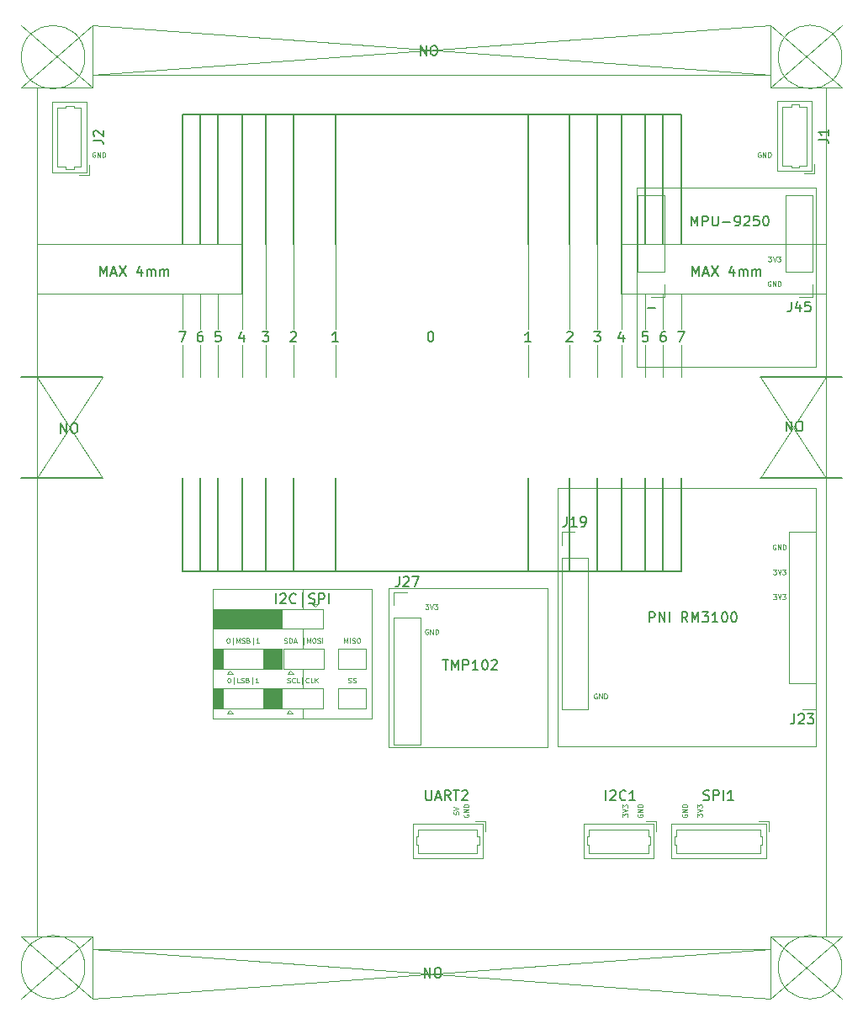
<source format=gbr>
G04 #@! TF.GenerationSoftware,KiCad,Pcbnew,(5.1.2)-2*
G04 #@! TF.CreationDate,2021-04-07T22:17:06-04:00*
G04 #@! TF.ProjectId,Magnetometer_A,4d61676e-6574-46f6-9d65-7465725f412e,rev?*
G04 #@! TF.SameCoordinates,Original*
G04 #@! TF.FileFunction,Legend,Top*
G04 #@! TF.FilePolarity,Positive*
%FSLAX46Y46*%
G04 Gerber Fmt 4.6, Leading zero omitted, Abs format (unit mm)*
G04 Created by KiCad (PCBNEW (5.1.2)-2) date 2021-04-07 22:17:06*
%MOMM*%
%LPD*%
G04 APERTURE LIST*
%ADD10C,0.125000*%
%ADD11C,0.100000*%
%ADD12C,0.120000*%
%ADD13C,0.150000*%
G04 APERTURE END LIST*
D10*
X79226190Y-112095238D02*
X79226190Y-112333333D01*
X79464285Y-112357142D01*
X79440476Y-112333333D01*
X79416666Y-112285714D01*
X79416666Y-112166666D01*
X79440476Y-112119047D01*
X79464285Y-112095238D01*
X79511904Y-112071428D01*
X79630952Y-112071428D01*
X79678571Y-112095238D01*
X79702380Y-112119047D01*
X79726190Y-112166666D01*
X79726190Y-112285714D01*
X79702380Y-112333333D01*
X79678571Y-112357142D01*
X79226190Y-111928571D02*
X79726190Y-111761904D01*
X79226190Y-111595238D01*
X110880952Y-56226190D02*
X111190476Y-56226190D01*
X111023809Y-56416666D01*
X111095238Y-56416666D01*
X111142857Y-56440476D01*
X111166666Y-56464285D01*
X111190476Y-56511904D01*
X111190476Y-56630952D01*
X111166666Y-56678571D01*
X111142857Y-56702380D01*
X111095238Y-56726190D01*
X110952380Y-56726190D01*
X110904761Y-56702380D01*
X110880952Y-56678571D01*
X111333333Y-56226190D02*
X111500000Y-56726190D01*
X111666666Y-56226190D01*
X111785714Y-56226190D02*
X112095238Y-56226190D01*
X111928571Y-56416666D01*
X112000000Y-56416666D01*
X112047619Y-56440476D01*
X112071428Y-56464285D01*
X112095238Y-56511904D01*
X112095238Y-56630952D01*
X112071428Y-56678571D01*
X112047619Y-56702380D01*
X112000000Y-56726190D01*
X111857142Y-56726190D01*
X111809523Y-56702380D01*
X111785714Y-56678571D01*
X76380952Y-91226190D02*
X76690476Y-91226190D01*
X76523809Y-91416666D01*
X76595238Y-91416666D01*
X76642857Y-91440476D01*
X76666666Y-91464285D01*
X76690476Y-91511904D01*
X76690476Y-91630952D01*
X76666666Y-91678571D01*
X76642857Y-91702380D01*
X76595238Y-91726190D01*
X76452380Y-91726190D01*
X76404761Y-91702380D01*
X76380952Y-91678571D01*
X76833333Y-91226190D02*
X77000000Y-91726190D01*
X77166666Y-91226190D01*
X77285714Y-91226190D02*
X77595238Y-91226190D01*
X77428571Y-91416666D01*
X77500000Y-91416666D01*
X77547619Y-91440476D01*
X77571428Y-91464285D01*
X77595238Y-91511904D01*
X77595238Y-91630952D01*
X77571428Y-91678571D01*
X77547619Y-91702380D01*
X77500000Y-91726190D01*
X77357142Y-91726190D01*
X77309523Y-91702380D01*
X77285714Y-91678571D01*
X111380952Y-90226190D02*
X111690476Y-90226190D01*
X111523809Y-90416666D01*
X111595238Y-90416666D01*
X111642857Y-90440476D01*
X111666666Y-90464285D01*
X111690476Y-90511904D01*
X111690476Y-90630952D01*
X111666666Y-90678571D01*
X111642857Y-90702380D01*
X111595238Y-90726190D01*
X111452380Y-90726190D01*
X111404761Y-90702380D01*
X111380952Y-90678571D01*
X111833333Y-90226190D02*
X112000000Y-90726190D01*
X112166666Y-90226190D01*
X112285714Y-90226190D02*
X112595238Y-90226190D01*
X112428571Y-90416666D01*
X112500000Y-90416666D01*
X112547619Y-90440476D01*
X112571428Y-90464285D01*
X112595238Y-90511904D01*
X112595238Y-90630952D01*
X112571428Y-90678571D01*
X112547619Y-90702380D01*
X112500000Y-90726190D01*
X112357142Y-90726190D01*
X112309523Y-90702380D01*
X112285714Y-90678571D01*
X111380952Y-87726190D02*
X111690476Y-87726190D01*
X111523809Y-87916666D01*
X111595238Y-87916666D01*
X111642857Y-87940476D01*
X111666666Y-87964285D01*
X111690476Y-88011904D01*
X111690476Y-88130952D01*
X111666666Y-88178571D01*
X111642857Y-88202380D01*
X111595238Y-88226190D01*
X111452380Y-88226190D01*
X111404761Y-88202380D01*
X111380952Y-88178571D01*
X111833333Y-87726190D02*
X112000000Y-88226190D01*
X112166666Y-87726190D01*
X112285714Y-87726190D02*
X112595238Y-87726190D01*
X112428571Y-87916666D01*
X112500000Y-87916666D01*
X112547619Y-87940476D01*
X112571428Y-87964285D01*
X112595238Y-88011904D01*
X112595238Y-88130952D01*
X112571428Y-88178571D01*
X112547619Y-88202380D01*
X112500000Y-88226190D01*
X112357142Y-88226190D01*
X112309523Y-88202380D01*
X112285714Y-88178571D01*
X103726190Y-112619047D02*
X103726190Y-112309523D01*
X103916666Y-112476190D01*
X103916666Y-112404761D01*
X103940476Y-112357142D01*
X103964285Y-112333333D01*
X104011904Y-112309523D01*
X104130952Y-112309523D01*
X104178571Y-112333333D01*
X104202380Y-112357142D01*
X104226190Y-112404761D01*
X104226190Y-112547619D01*
X104202380Y-112595238D01*
X104178571Y-112619047D01*
X103726190Y-112166666D02*
X104226190Y-112000000D01*
X103726190Y-111833333D01*
X103726190Y-111714285D02*
X103726190Y-111404761D01*
X103916666Y-111571428D01*
X103916666Y-111500000D01*
X103940476Y-111452380D01*
X103964285Y-111428571D01*
X104011904Y-111404761D01*
X104130952Y-111404761D01*
X104178571Y-111428571D01*
X104202380Y-111452380D01*
X104226190Y-111500000D01*
X104226190Y-111642857D01*
X104202380Y-111690476D01*
X104178571Y-111714285D01*
X96226190Y-112619047D02*
X96226190Y-112309523D01*
X96416666Y-112476190D01*
X96416666Y-112404761D01*
X96440476Y-112357142D01*
X96464285Y-112333333D01*
X96511904Y-112309523D01*
X96630952Y-112309523D01*
X96678571Y-112333333D01*
X96702380Y-112357142D01*
X96726190Y-112404761D01*
X96726190Y-112547619D01*
X96702380Y-112595238D01*
X96678571Y-112619047D01*
X96226190Y-112166666D02*
X96726190Y-112000000D01*
X96226190Y-111833333D01*
X96226190Y-111714285D02*
X96226190Y-111404761D01*
X96416666Y-111571428D01*
X96416666Y-111500000D01*
X96440476Y-111452380D01*
X96464285Y-111428571D01*
X96511904Y-111404761D01*
X96630952Y-111404761D01*
X96678571Y-111428571D01*
X96702380Y-111452380D01*
X96726190Y-111500000D01*
X96726190Y-111642857D01*
X96702380Y-111690476D01*
X96678571Y-111714285D01*
X80250000Y-112380952D02*
X80226190Y-112428571D01*
X80226190Y-112500000D01*
X80250000Y-112571428D01*
X80297619Y-112619047D01*
X80345238Y-112642857D01*
X80440476Y-112666666D01*
X80511904Y-112666666D01*
X80607142Y-112642857D01*
X80654761Y-112619047D01*
X80702380Y-112571428D01*
X80726190Y-112500000D01*
X80726190Y-112452380D01*
X80702380Y-112380952D01*
X80678571Y-112357142D01*
X80511904Y-112357142D01*
X80511904Y-112452380D01*
X80726190Y-112142857D02*
X80226190Y-112142857D01*
X80726190Y-111857142D01*
X80226190Y-111857142D01*
X80726190Y-111619047D02*
X80226190Y-111619047D01*
X80226190Y-111500000D01*
X80250000Y-111428571D01*
X80297619Y-111380952D01*
X80345238Y-111357142D01*
X80440476Y-111333333D01*
X80511904Y-111333333D01*
X80607142Y-111357142D01*
X80654761Y-111380952D01*
X80702380Y-111428571D01*
X80726190Y-111500000D01*
X80726190Y-111619047D01*
X97750000Y-112380952D02*
X97726190Y-112428571D01*
X97726190Y-112500000D01*
X97750000Y-112571428D01*
X97797619Y-112619047D01*
X97845238Y-112642857D01*
X97940476Y-112666666D01*
X98011904Y-112666666D01*
X98107142Y-112642857D01*
X98154761Y-112619047D01*
X98202380Y-112571428D01*
X98226190Y-112500000D01*
X98226190Y-112452380D01*
X98202380Y-112380952D01*
X98178571Y-112357142D01*
X98011904Y-112357142D01*
X98011904Y-112452380D01*
X98226190Y-112142857D02*
X97726190Y-112142857D01*
X98226190Y-111857142D01*
X97726190Y-111857142D01*
X98226190Y-111619047D02*
X97726190Y-111619047D01*
X97726190Y-111500000D01*
X97750000Y-111428571D01*
X97797619Y-111380952D01*
X97845238Y-111357142D01*
X97940476Y-111333333D01*
X98011904Y-111333333D01*
X98107142Y-111357142D01*
X98154761Y-111380952D01*
X98202380Y-111428571D01*
X98226190Y-111500000D01*
X98226190Y-111619047D01*
X102250000Y-112380952D02*
X102226190Y-112428571D01*
X102226190Y-112500000D01*
X102250000Y-112571428D01*
X102297619Y-112619047D01*
X102345238Y-112642857D01*
X102440476Y-112666666D01*
X102511904Y-112666666D01*
X102607142Y-112642857D01*
X102654761Y-112619047D01*
X102702380Y-112571428D01*
X102726190Y-112500000D01*
X102726190Y-112452380D01*
X102702380Y-112380952D01*
X102678571Y-112357142D01*
X102511904Y-112357142D01*
X102511904Y-112452380D01*
X102726190Y-112142857D02*
X102226190Y-112142857D01*
X102726190Y-111857142D01*
X102226190Y-111857142D01*
X102726190Y-111619047D02*
X102226190Y-111619047D01*
X102226190Y-111500000D01*
X102250000Y-111428571D01*
X102297619Y-111380952D01*
X102345238Y-111357142D01*
X102440476Y-111333333D01*
X102511904Y-111333333D01*
X102607142Y-111357142D01*
X102654761Y-111380952D01*
X102702380Y-111428571D01*
X102726190Y-111500000D01*
X102726190Y-111619047D01*
X93619047Y-100250000D02*
X93571428Y-100226190D01*
X93500000Y-100226190D01*
X93428571Y-100250000D01*
X93380952Y-100297619D01*
X93357142Y-100345238D01*
X93333333Y-100440476D01*
X93333333Y-100511904D01*
X93357142Y-100607142D01*
X93380952Y-100654761D01*
X93428571Y-100702380D01*
X93500000Y-100726190D01*
X93547619Y-100726190D01*
X93619047Y-100702380D01*
X93642857Y-100678571D01*
X93642857Y-100511904D01*
X93547619Y-100511904D01*
X93857142Y-100726190D02*
X93857142Y-100226190D01*
X94142857Y-100726190D01*
X94142857Y-100226190D01*
X94380952Y-100726190D02*
X94380952Y-100226190D01*
X94500000Y-100226190D01*
X94571428Y-100250000D01*
X94619047Y-100297619D01*
X94642857Y-100345238D01*
X94666666Y-100440476D01*
X94666666Y-100511904D01*
X94642857Y-100607142D01*
X94619047Y-100654761D01*
X94571428Y-100702380D01*
X94500000Y-100726190D01*
X94380952Y-100726190D01*
X111619047Y-85250000D02*
X111571428Y-85226190D01*
X111500000Y-85226190D01*
X111428571Y-85250000D01*
X111380952Y-85297619D01*
X111357142Y-85345238D01*
X111333333Y-85440476D01*
X111333333Y-85511904D01*
X111357142Y-85607142D01*
X111380952Y-85654761D01*
X111428571Y-85702380D01*
X111500000Y-85726190D01*
X111547619Y-85726190D01*
X111619047Y-85702380D01*
X111642857Y-85678571D01*
X111642857Y-85511904D01*
X111547619Y-85511904D01*
X111857142Y-85726190D02*
X111857142Y-85226190D01*
X112142857Y-85726190D01*
X112142857Y-85226190D01*
X112380952Y-85726190D02*
X112380952Y-85226190D01*
X112500000Y-85226190D01*
X112571428Y-85250000D01*
X112619047Y-85297619D01*
X112642857Y-85345238D01*
X112666666Y-85440476D01*
X112666666Y-85511904D01*
X112642857Y-85607142D01*
X112619047Y-85654761D01*
X112571428Y-85702380D01*
X112500000Y-85726190D01*
X112380952Y-85726190D01*
X76619047Y-93750000D02*
X76571428Y-93726190D01*
X76500000Y-93726190D01*
X76428571Y-93750000D01*
X76380952Y-93797619D01*
X76357142Y-93845238D01*
X76333333Y-93940476D01*
X76333333Y-94011904D01*
X76357142Y-94107142D01*
X76380952Y-94154761D01*
X76428571Y-94202380D01*
X76500000Y-94226190D01*
X76547619Y-94226190D01*
X76619047Y-94202380D01*
X76642857Y-94178571D01*
X76642857Y-94011904D01*
X76547619Y-94011904D01*
X76857142Y-94226190D02*
X76857142Y-93726190D01*
X77142857Y-94226190D01*
X77142857Y-93726190D01*
X77380952Y-94226190D02*
X77380952Y-93726190D01*
X77500000Y-93726190D01*
X77571428Y-93750000D01*
X77619047Y-93797619D01*
X77642857Y-93845238D01*
X77666666Y-93940476D01*
X77666666Y-94011904D01*
X77642857Y-94107142D01*
X77619047Y-94154761D01*
X77571428Y-94202380D01*
X77500000Y-94226190D01*
X77380952Y-94226190D01*
X43119047Y-45750000D02*
X43071428Y-45726190D01*
X43000000Y-45726190D01*
X42928571Y-45750000D01*
X42880952Y-45797619D01*
X42857142Y-45845238D01*
X42833333Y-45940476D01*
X42833333Y-46011904D01*
X42857142Y-46107142D01*
X42880952Y-46154761D01*
X42928571Y-46202380D01*
X43000000Y-46226190D01*
X43047619Y-46226190D01*
X43119047Y-46202380D01*
X43142857Y-46178571D01*
X43142857Y-46011904D01*
X43047619Y-46011904D01*
X43357142Y-46226190D02*
X43357142Y-45726190D01*
X43642857Y-46226190D01*
X43642857Y-45726190D01*
X43880952Y-46226190D02*
X43880952Y-45726190D01*
X44000000Y-45726190D01*
X44071428Y-45750000D01*
X44119047Y-45797619D01*
X44142857Y-45845238D01*
X44166666Y-45940476D01*
X44166666Y-46011904D01*
X44142857Y-46107142D01*
X44119047Y-46154761D01*
X44071428Y-46202380D01*
X44000000Y-46226190D01*
X43880952Y-46226190D01*
X110119047Y-45750000D02*
X110071428Y-45726190D01*
X110000000Y-45726190D01*
X109928571Y-45750000D01*
X109880952Y-45797619D01*
X109857142Y-45845238D01*
X109833333Y-45940476D01*
X109833333Y-46011904D01*
X109857142Y-46107142D01*
X109880952Y-46154761D01*
X109928571Y-46202380D01*
X110000000Y-46226190D01*
X110047619Y-46226190D01*
X110119047Y-46202380D01*
X110142857Y-46178571D01*
X110142857Y-46011904D01*
X110047619Y-46011904D01*
X110357142Y-46226190D02*
X110357142Y-45726190D01*
X110642857Y-46226190D01*
X110642857Y-45726190D01*
X110880952Y-46226190D02*
X110880952Y-45726190D01*
X111000000Y-45726190D01*
X111071428Y-45750000D01*
X111119047Y-45797619D01*
X111142857Y-45845238D01*
X111166666Y-45940476D01*
X111166666Y-46011904D01*
X111142857Y-46107142D01*
X111119047Y-46154761D01*
X111071428Y-46202380D01*
X111000000Y-46226190D01*
X110880952Y-46226190D01*
X111119047Y-58750000D02*
X111071428Y-58726190D01*
X111000000Y-58726190D01*
X110928571Y-58750000D01*
X110880952Y-58797619D01*
X110857142Y-58845238D01*
X110833333Y-58940476D01*
X110833333Y-59011904D01*
X110857142Y-59107142D01*
X110880952Y-59154761D01*
X110928571Y-59202380D01*
X111000000Y-59226190D01*
X111047619Y-59226190D01*
X111119047Y-59202380D01*
X111142857Y-59178571D01*
X111142857Y-59011904D01*
X111047619Y-59011904D01*
X111357142Y-59226190D02*
X111357142Y-58726190D01*
X111642857Y-59226190D01*
X111642857Y-58726190D01*
X111880952Y-59226190D02*
X111880952Y-58726190D01*
X112000000Y-58726190D01*
X112071428Y-58750000D01*
X112119047Y-58797619D01*
X112142857Y-58845238D01*
X112166666Y-58940476D01*
X112166666Y-59011904D01*
X112142857Y-59107142D01*
X112119047Y-59154761D01*
X112071428Y-59202380D01*
X112000000Y-59226190D01*
X111880952Y-59226190D01*
D11*
G36*
X61950000Y-93700000D02*
G01*
X55000000Y-93700000D01*
X55000000Y-91700000D01*
X61950000Y-91700000D01*
X61950000Y-93700000D01*
G37*
X61950000Y-93700000D02*
X55000000Y-93700000D01*
X55000000Y-91700000D01*
X61950000Y-91700000D01*
X61950000Y-93700000D01*
G36*
X55950000Y-101700000D02*
G01*
X55000000Y-101700000D01*
X55000000Y-99700000D01*
X55950000Y-99700000D01*
X55950000Y-101700000D01*
G37*
X55950000Y-101700000D02*
X55000000Y-101700000D01*
X55000000Y-99700000D01*
X55950000Y-99700000D01*
X55950000Y-101700000D01*
G36*
X55950000Y-97700000D02*
G01*
X55000000Y-97700000D01*
X55000000Y-95700000D01*
X56000000Y-95700000D01*
X55950000Y-97700000D01*
G37*
X55950000Y-97700000D02*
X55000000Y-97700000D01*
X55000000Y-95700000D01*
X56000000Y-95700000D01*
X55950000Y-97700000D01*
G36*
X61950000Y-97700000D02*
G01*
X60050000Y-97700000D01*
X60050000Y-95700000D01*
X61950000Y-95700000D01*
X61950000Y-97700000D01*
G37*
X61950000Y-97700000D02*
X60050000Y-97700000D01*
X60050000Y-95700000D01*
X61950000Y-95700000D01*
X61950000Y-97700000D01*
G36*
X61950000Y-101700000D02*
G01*
X60050000Y-101700000D01*
X60050000Y-99700000D01*
X61950000Y-99700000D01*
X61950000Y-101700000D01*
G37*
X61950000Y-101700000D02*
X60050000Y-101700000D01*
X60050000Y-99700000D01*
X61950000Y-99700000D01*
X61950000Y-101700000D01*
D12*
X55000000Y-102700000D02*
X64000000Y-102700000D01*
X55000000Y-89700000D02*
X55000000Y-102700000D01*
X64000000Y-89700000D02*
X55000000Y-89700000D01*
X64000000Y-91700000D02*
X64000000Y-89700000D01*
X64000000Y-99700000D02*
X64000000Y-97700000D01*
X64000000Y-95700000D02*
X64000000Y-93700000D01*
X64000000Y-102700000D02*
X64000000Y-101700000D01*
X71000000Y-102700000D02*
X64000000Y-102700000D01*
X71000000Y-89700000D02*
X71000000Y-102700000D01*
X64000000Y-89700000D02*
X71000000Y-89700000D01*
D13*
X103119047Y-53152380D02*
X103119047Y-52152380D01*
X103452380Y-52866666D01*
X103785714Y-52152380D01*
X103785714Y-53152380D01*
X104261904Y-53152380D02*
X104261904Y-52152380D01*
X104642857Y-52152380D01*
X104738095Y-52200000D01*
X104785714Y-52247619D01*
X104833333Y-52342857D01*
X104833333Y-52485714D01*
X104785714Y-52580952D01*
X104738095Y-52628571D01*
X104642857Y-52676190D01*
X104261904Y-52676190D01*
X105261904Y-52152380D02*
X105261904Y-52961904D01*
X105309523Y-53057142D01*
X105357142Y-53104761D01*
X105452380Y-53152380D01*
X105642857Y-53152380D01*
X105738095Y-53104761D01*
X105785714Y-53057142D01*
X105833333Y-52961904D01*
X105833333Y-52152380D01*
X106309523Y-52771428D02*
X107071428Y-52771428D01*
X107595238Y-53152380D02*
X107785714Y-53152380D01*
X107880952Y-53104761D01*
X107928571Y-53057142D01*
X108023809Y-52914285D01*
X108071428Y-52723809D01*
X108071428Y-52342857D01*
X108023809Y-52247619D01*
X107976190Y-52200000D01*
X107880952Y-52152380D01*
X107690476Y-52152380D01*
X107595238Y-52200000D01*
X107547619Y-52247619D01*
X107500000Y-52342857D01*
X107500000Y-52580952D01*
X107547619Y-52676190D01*
X107595238Y-52723809D01*
X107690476Y-52771428D01*
X107880952Y-52771428D01*
X107976190Y-52723809D01*
X108023809Y-52676190D01*
X108071428Y-52580952D01*
X108452380Y-52247619D02*
X108500000Y-52200000D01*
X108595238Y-52152380D01*
X108833333Y-52152380D01*
X108928571Y-52200000D01*
X108976190Y-52247619D01*
X109023809Y-52342857D01*
X109023809Y-52438095D01*
X108976190Y-52580952D01*
X108404761Y-53152380D01*
X109023809Y-53152380D01*
X109928571Y-52152380D02*
X109452380Y-52152380D01*
X109404761Y-52628571D01*
X109452380Y-52580952D01*
X109547619Y-52533333D01*
X109785714Y-52533333D01*
X109880952Y-52580952D01*
X109928571Y-52628571D01*
X109976190Y-52723809D01*
X109976190Y-52961904D01*
X109928571Y-53057142D01*
X109880952Y-53104761D01*
X109785714Y-53152380D01*
X109547619Y-53152380D01*
X109452380Y-53104761D01*
X109404761Y-53057142D01*
X110595238Y-52152380D02*
X110690476Y-52152380D01*
X110785714Y-52200000D01*
X110833333Y-52247619D01*
X110880952Y-52342857D01*
X110928571Y-52533333D01*
X110928571Y-52771428D01*
X110880952Y-52961904D01*
X110833333Y-53057142D01*
X110785714Y-53104761D01*
X110690476Y-53152380D01*
X110595238Y-53152380D01*
X110500000Y-53104761D01*
X110452380Y-53057142D01*
X110404761Y-52961904D01*
X110357142Y-52771428D01*
X110357142Y-52533333D01*
X110404761Y-52342857D01*
X110452380Y-52247619D01*
X110500000Y-52200000D01*
X110595238Y-52152380D01*
D12*
X97680000Y-67330000D02*
X97680000Y-49330000D01*
X115680000Y-67330000D02*
X97680000Y-67330000D01*
X115680000Y-49330000D02*
X115680000Y-67330000D01*
X97680000Y-49330000D02*
X115680000Y-49330000D01*
D13*
X78114285Y-96822380D02*
X78685714Y-96822380D01*
X78400000Y-97822380D02*
X78400000Y-96822380D01*
X79019047Y-97822380D02*
X79019047Y-96822380D01*
X79352380Y-97536666D01*
X79685714Y-96822380D01*
X79685714Y-97822380D01*
X80161904Y-97822380D02*
X80161904Y-96822380D01*
X80542857Y-96822380D01*
X80638095Y-96870000D01*
X80685714Y-96917619D01*
X80733333Y-97012857D01*
X80733333Y-97155714D01*
X80685714Y-97250952D01*
X80638095Y-97298571D01*
X80542857Y-97346190D01*
X80161904Y-97346190D01*
X81685714Y-97822380D02*
X81114285Y-97822380D01*
X81400000Y-97822380D02*
X81400000Y-96822380D01*
X81304761Y-96965238D01*
X81209523Y-97060476D01*
X81114285Y-97108095D01*
X82304761Y-96822380D02*
X82400000Y-96822380D01*
X82495238Y-96870000D01*
X82542857Y-96917619D01*
X82590476Y-97012857D01*
X82638095Y-97203333D01*
X82638095Y-97441428D01*
X82590476Y-97631904D01*
X82542857Y-97727142D01*
X82495238Y-97774761D01*
X82400000Y-97822380D01*
X82304761Y-97822380D01*
X82209523Y-97774761D01*
X82161904Y-97727142D01*
X82114285Y-97631904D01*
X82066666Y-97441428D01*
X82066666Y-97203333D01*
X82114285Y-97012857D01*
X82161904Y-96917619D01*
X82209523Y-96870000D01*
X82304761Y-96822380D01*
X83019047Y-96917619D02*
X83066666Y-96870000D01*
X83161904Y-96822380D01*
X83400000Y-96822380D01*
X83495238Y-96870000D01*
X83542857Y-96917619D01*
X83590476Y-97012857D01*
X83590476Y-97108095D01*
X83542857Y-97250952D01*
X82971428Y-97822380D01*
X83590476Y-97822380D01*
D12*
X88700000Y-89570000D02*
X88700000Y-105570000D01*
X72700000Y-105570000D02*
X88700000Y-105570000D01*
X72700000Y-89570000D02*
X88700000Y-89570000D01*
X72700000Y-89570000D02*
X72700000Y-105570000D01*
X89690000Y-105560000D02*
X115690000Y-105560000D01*
X89690000Y-79560000D02*
X89690000Y-105560000D01*
X115690000Y-79560000D02*
X115690000Y-105560000D01*
X114690000Y-79560000D02*
X115690000Y-79560000D01*
X89690000Y-79560000D02*
X114690000Y-79560000D01*
D13*
X98909047Y-93012380D02*
X98909047Y-92012380D01*
X99290000Y-92012380D01*
X99385238Y-92060000D01*
X99432857Y-92107619D01*
X99480476Y-92202857D01*
X99480476Y-92345714D01*
X99432857Y-92440952D01*
X99385238Y-92488571D01*
X99290000Y-92536190D01*
X98909047Y-92536190D01*
X99909047Y-93012380D02*
X99909047Y-92012380D01*
X100480476Y-93012380D01*
X100480476Y-92012380D01*
X100956666Y-93012380D02*
X100956666Y-92012380D01*
X102766190Y-93012380D02*
X102432857Y-92536190D01*
X102194761Y-93012380D02*
X102194761Y-92012380D01*
X102575714Y-92012380D01*
X102670952Y-92060000D01*
X102718571Y-92107619D01*
X102766190Y-92202857D01*
X102766190Y-92345714D01*
X102718571Y-92440952D01*
X102670952Y-92488571D01*
X102575714Y-92536190D01*
X102194761Y-92536190D01*
X103194761Y-93012380D02*
X103194761Y-92012380D01*
X103528095Y-92726666D01*
X103861428Y-92012380D01*
X103861428Y-93012380D01*
X104242380Y-92012380D02*
X104861428Y-92012380D01*
X104528095Y-92393333D01*
X104670952Y-92393333D01*
X104766190Y-92440952D01*
X104813809Y-92488571D01*
X104861428Y-92583809D01*
X104861428Y-92821904D01*
X104813809Y-92917142D01*
X104766190Y-92964761D01*
X104670952Y-93012380D01*
X104385238Y-93012380D01*
X104290000Y-92964761D01*
X104242380Y-92917142D01*
X105813809Y-93012380D02*
X105242380Y-93012380D01*
X105528095Y-93012380D02*
X105528095Y-92012380D01*
X105432857Y-92155238D01*
X105337619Y-92250476D01*
X105242380Y-92298095D01*
X106432857Y-92012380D02*
X106528095Y-92012380D01*
X106623333Y-92060000D01*
X106670952Y-92107619D01*
X106718571Y-92202857D01*
X106766190Y-92393333D01*
X106766190Y-92631428D01*
X106718571Y-92821904D01*
X106670952Y-92917142D01*
X106623333Y-92964761D01*
X106528095Y-93012380D01*
X106432857Y-93012380D01*
X106337619Y-92964761D01*
X106290000Y-92917142D01*
X106242380Y-92821904D01*
X106194761Y-92631428D01*
X106194761Y-92393333D01*
X106242380Y-92202857D01*
X106290000Y-92107619D01*
X106337619Y-92060000D01*
X106432857Y-92012380D01*
X107385238Y-92012380D02*
X107480476Y-92012380D01*
X107575714Y-92060000D01*
X107623333Y-92107619D01*
X107670952Y-92202857D01*
X107718571Y-92393333D01*
X107718571Y-92631428D01*
X107670952Y-92821904D01*
X107623333Y-92917142D01*
X107575714Y-92964761D01*
X107480476Y-93012380D01*
X107385238Y-93012380D01*
X107290000Y-92964761D01*
X107242380Y-92917142D01*
X107194761Y-92821904D01*
X107147142Y-92631428D01*
X107147142Y-92393333D01*
X107194761Y-92202857D01*
X107242380Y-92107619D01*
X107290000Y-92060000D01*
X107385238Y-92012380D01*
D12*
X116700000Y-124650000D02*
X116700000Y-39250000D01*
X37300000Y-39250000D02*
X37300000Y-124650000D01*
X42900000Y-37950000D02*
X111100000Y-37950000D01*
X42890000Y-32950000D02*
X111100000Y-37950000D01*
X111100000Y-32950000D02*
X42910000Y-37950000D01*
X42900000Y-125950000D02*
X111110000Y-125950000D01*
X111100000Y-130950000D02*
X42900000Y-125950000D01*
X42900000Y-130950000D02*
X111110000Y-125950000D01*
X35700000Y-130950000D02*
X42900000Y-124650000D01*
X35700000Y-124650000D02*
X42900000Y-130950000D01*
X118300000Y-124650000D02*
X111100000Y-130950000D01*
X118300000Y-130950000D02*
X111100000Y-124660000D01*
X111100000Y-39250000D02*
X111100000Y-32950000D01*
X111100000Y-39250000D02*
X118300000Y-39250000D01*
X118300000Y-32950000D02*
X111100000Y-39250000D01*
X111100000Y-32950000D02*
X118300000Y-39250000D01*
X35700000Y-39250000D02*
X42910000Y-39260000D01*
X42890000Y-32950000D02*
X42910000Y-39260000D01*
X35700000Y-39250000D02*
X42890000Y-32950000D01*
X35700000Y-32950000D02*
X42910000Y-39260000D01*
X111100000Y-124660000D02*
X118300000Y-124650000D01*
X111100000Y-130950000D02*
X111100000Y-124660000D01*
X42900000Y-124650000D02*
X42900000Y-130950000D01*
X35700000Y-124650000D02*
X42900000Y-124650000D01*
X110100000Y-68350000D02*
X116700000Y-78550000D01*
X110100000Y-78550000D02*
X116700000Y-68350000D01*
X43900000Y-78550000D02*
X37300000Y-68350000D01*
X43900000Y-68350000D02*
X37300000Y-78550000D01*
X96100000Y-59950000D02*
X116700000Y-59950000D01*
X96100000Y-54950000D02*
X116700000Y-54950000D01*
X57900000Y-59950000D02*
X37300000Y-59950000D01*
X57900000Y-54950000D02*
X37300000Y-54950000D01*
X60300000Y-59950000D02*
X60300000Y-54950000D01*
X63100000Y-59950000D02*
X63100000Y-54950000D01*
X67300000Y-59950000D02*
X67300000Y-54950000D01*
X86700000Y-59950000D02*
X86700000Y-54950000D01*
X90900000Y-59950000D02*
X90900000Y-54950000D01*
X93700000Y-59950000D02*
X93700000Y-54950000D01*
D13*
X93366666Y-63802380D02*
X93985714Y-63802380D01*
X93652380Y-64183333D01*
X93795238Y-64183333D01*
X93890476Y-64230952D01*
X93938095Y-64278571D01*
X93985714Y-64373809D01*
X93985714Y-64611904D01*
X93938095Y-64707142D01*
X93890476Y-64754761D01*
X93795238Y-64802380D01*
X93509523Y-64802380D01*
X93414285Y-64754761D01*
X93366666Y-64707142D01*
D12*
X102100000Y-59950000D02*
X102100000Y-63550000D01*
X102100000Y-68350000D02*
X102100000Y-65150000D01*
X100300000Y-59950000D02*
X100300000Y-63550000D01*
X100300000Y-68350000D02*
X100300000Y-65150000D01*
X98500000Y-68350000D02*
X98500000Y-65150000D01*
X98500000Y-59950000D02*
X98500000Y-63550000D01*
X96100000Y-59950000D02*
X96100000Y-63550000D01*
X96100000Y-68350000D02*
X96100000Y-65150000D01*
X93700000Y-59950000D02*
X93700000Y-63550000D01*
X93700000Y-68350000D02*
X93700000Y-65150000D01*
X90900000Y-59950000D02*
X90900000Y-63550000D01*
X90900000Y-68350000D02*
X90900000Y-65150000D01*
X86700000Y-59950000D02*
X86700000Y-63550000D01*
X86700000Y-68350000D02*
X86700000Y-65150000D01*
X67300000Y-59950000D02*
X67300000Y-63550000D01*
X67300000Y-68350000D02*
X67300000Y-65150000D01*
X63100000Y-68350000D02*
X63100000Y-65150000D01*
X63100000Y-59950000D02*
X63100000Y-63550000D01*
X60300000Y-65150000D02*
X60300000Y-68350000D01*
X60300000Y-59950000D02*
X60300000Y-63550000D01*
X57900000Y-65150000D02*
X57900000Y-68350000D01*
X57900000Y-63550000D02*
X57900000Y-59950000D01*
D13*
X55738095Y-63802380D02*
X55261904Y-63802380D01*
X55214285Y-64278571D01*
X55261904Y-64230952D01*
X55357142Y-64183333D01*
X55595238Y-64183333D01*
X55690476Y-64230952D01*
X55738095Y-64278571D01*
X55785714Y-64373809D01*
X55785714Y-64611904D01*
X55738095Y-64707142D01*
X55690476Y-64754761D01*
X55595238Y-64802380D01*
X55357142Y-64802380D01*
X55261904Y-64754761D01*
X55214285Y-64707142D01*
D12*
X55500000Y-65150000D02*
X55500000Y-68350000D01*
X55500000Y-63550000D02*
X55500000Y-59950000D01*
D13*
X53890476Y-63802380D02*
X53700000Y-63802380D01*
X53604761Y-63850000D01*
X53557142Y-63897619D01*
X53461904Y-64040476D01*
X53414285Y-64230952D01*
X53414285Y-64611904D01*
X53461904Y-64707142D01*
X53509523Y-64754761D01*
X53604761Y-64802380D01*
X53795238Y-64802380D01*
X53890476Y-64754761D01*
X53938095Y-64707142D01*
X53985714Y-64611904D01*
X53985714Y-64373809D01*
X53938095Y-64278571D01*
X53890476Y-64230952D01*
X53795238Y-64183333D01*
X53604761Y-64183333D01*
X53509523Y-64230952D01*
X53461904Y-64278571D01*
X53414285Y-64373809D01*
D12*
X53700000Y-63550000D02*
X53700000Y-59950000D01*
X53700000Y-68350000D02*
X53700000Y-65150000D01*
X51900000Y-68350000D02*
X51900000Y-65150000D01*
X51900000Y-59950000D02*
X51900000Y-63550000D01*
D13*
X51566666Y-63802380D02*
X52233333Y-63802380D01*
X51804761Y-64802380D01*
X58090476Y-64135714D02*
X58090476Y-64802380D01*
X57852380Y-63754761D02*
X57614285Y-64469047D01*
X58233333Y-64469047D01*
X59966666Y-63802380D02*
X60585714Y-63802380D01*
X60252380Y-64183333D01*
X60395238Y-64183333D01*
X60490476Y-64230952D01*
X60538095Y-64278571D01*
X60585714Y-64373809D01*
X60585714Y-64611904D01*
X60538095Y-64707142D01*
X60490476Y-64754761D01*
X60395238Y-64802380D01*
X60109523Y-64802380D01*
X60014285Y-64754761D01*
X59966666Y-64707142D01*
X101766666Y-63802380D02*
X102433333Y-63802380D01*
X102004761Y-64802380D01*
X100490476Y-63802380D02*
X100300000Y-63802380D01*
X100204761Y-63850000D01*
X100157142Y-63897619D01*
X100061904Y-64040476D01*
X100014285Y-64230952D01*
X100014285Y-64611904D01*
X100061904Y-64707142D01*
X100109523Y-64754761D01*
X100204761Y-64802380D01*
X100395238Y-64802380D01*
X100490476Y-64754761D01*
X100538095Y-64707142D01*
X100585714Y-64611904D01*
X100585714Y-64373809D01*
X100538095Y-64278571D01*
X100490476Y-64230952D01*
X100395238Y-64183333D01*
X100204761Y-64183333D01*
X100109523Y-64230952D01*
X100061904Y-64278571D01*
X100014285Y-64373809D01*
X98738095Y-63802380D02*
X98261904Y-63802380D01*
X98214285Y-64278571D01*
X98261904Y-64230952D01*
X98357142Y-64183333D01*
X98595238Y-64183333D01*
X98690476Y-64230952D01*
X98738095Y-64278571D01*
X98785714Y-64373809D01*
X98785714Y-64611904D01*
X98738095Y-64707142D01*
X98690476Y-64754761D01*
X98595238Y-64802380D01*
X98357142Y-64802380D01*
X98261904Y-64754761D01*
X98214285Y-64707142D01*
X96290476Y-64135714D02*
X96290476Y-64802380D01*
X96052380Y-63754761D02*
X95814285Y-64469047D01*
X96433333Y-64469047D01*
X62814285Y-63897619D02*
X62861904Y-63850000D01*
X62957142Y-63802380D01*
X63195238Y-63802380D01*
X63290476Y-63850000D01*
X63338095Y-63897619D01*
X63385714Y-63992857D01*
X63385714Y-64088095D01*
X63338095Y-64230952D01*
X62766666Y-64802380D01*
X63385714Y-64802380D01*
X90614285Y-63897619D02*
X90661904Y-63850000D01*
X90757142Y-63802380D01*
X90995238Y-63802380D01*
X91090476Y-63850000D01*
X91138095Y-63897619D01*
X91185714Y-63992857D01*
X91185714Y-64088095D01*
X91138095Y-64230952D01*
X90566666Y-64802380D01*
X91185714Y-64802380D01*
X67585714Y-64802380D02*
X67014285Y-64802380D01*
X67300000Y-64802380D02*
X67300000Y-63802380D01*
X67204761Y-63945238D01*
X67109523Y-64040476D01*
X67014285Y-64088095D01*
X86985714Y-64802380D02*
X86414285Y-64802380D01*
X86700000Y-64802380D02*
X86700000Y-63802380D01*
X86604761Y-63945238D01*
X86509523Y-64040476D01*
X86414285Y-64088095D01*
X102100000Y-87950000D02*
X51900000Y-87950000D01*
X51900000Y-41950000D02*
X102100000Y-41950000D01*
X76852380Y-63802380D02*
X76947619Y-63802380D01*
X77042857Y-63850000D01*
X77090476Y-63897619D01*
X77138095Y-63992857D01*
X77185714Y-64183333D01*
X77185714Y-64421428D01*
X77138095Y-64611904D01*
X77090476Y-64707142D01*
X77042857Y-64754761D01*
X76947619Y-64802380D01*
X76852380Y-64802380D01*
X76757142Y-64754761D01*
X76709523Y-64707142D01*
X76661904Y-64611904D01*
X76614285Y-64421428D01*
X76614285Y-64183333D01*
X76661904Y-63992857D01*
X76709523Y-63897619D01*
X76757142Y-63850000D01*
X76852380Y-63802380D01*
X53700000Y-87950000D02*
X53700000Y-78550000D01*
X53700000Y-54950000D02*
X53700000Y-41950000D01*
X100300000Y-54950000D02*
X100300000Y-41950000D01*
X100300000Y-87950000D02*
X100300000Y-78550000D01*
X55500000Y-54950000D02*
X55500000Y-41950000D01*
X55500000Y-87950000D02*
X55500000Y-78550000D01*
X98500000Y-78550000D02*
X98500000Y-87950000D01*
X98500000Y-54950000D02*
X98500000Y-41950000D01*
X43671428Y-58202380D02*
X43671428Y-57202380D01*
X44004761Y-57916666D01*
X44338095Y-57202380D01*
X44338095Y-58202380D01*
X44766666Y-57916666D02*
X45242857Y-57916666D01*
X44671428Y-58202380D02*
X45004761Y-57202380D01*
X45338095Y-58202380D01*
X45576190Y-57202380D02*
X46242857Y-58202380D01*
X46242857Y-57202380D02*
X45576190Y-58202380D01*
X47814285Y-57535714D02*
X47814285Y-58202380D01*
X47576190Y-57154761D02*
X47338095Y-57869047D01*
X47957142Y-57869047D01*
X48338095Y-58202380D02*
X48338095Y-57535714D01*
X48338095Y-57630952D02*
X48385714Y-57583333D01*
X48480952Y-57535714D01*
X48623809Y-57535714D01*
X48719047Y-57583333D01*
X48766666Y-57678571D01*
X48766666Y-58202380D01*
X48766666Y-57678571D02*
X48814285Y-57583333D01*
X48909523Y-57535714D01*
X49052380Y-57535714D01*
X49147619Y-57583333D01*
X49195238Y-57678571D01*
X49195238Y-58202380D01*
X49671428Y-58202380D02*
X49671428Y-57535714D01*
X49671428Y-57630952D02*
X49719047Y-57583333D01*
X49814285Y-57535714D01*
X49957142Y-57535714D01*
X50052380Y-57583333D01*
X50100000Y-57678571D01*
X50100000Y-58202380D01*
X50100000Y-57678571D02*
X50147619Y-57583333D01*
X50242857Y-57535714D01*
X50385714Y-57535714D01*
X50480952Y-57583333D01*
X50528571Y-57678571D01*
X50528571Y-58202380D01*
X103271428Y-58202380D02*
X103271428Y-57202380D01*
X103604761Y-57916666D01*
X103938095Y-57202380D01*
X103938095Y-58202380D01*
X104366666Y-57916666D02*
X104842857Y-57916666D01*
X104271428Y-58202380D02*
X104604761Y-57202380D01*
X104938095Y-58202380D01*
X105176190Y-57202380D02*
X105842857Y-58202380D01*
X105842857Y-57202380D02*
X105176190Y-58202380D01*
X107414285Y-57535714D02*
X107414285Y-58202380D01*
X107176190Y-57154761D02*
X106938095Y-57869047D01*
X107557142Y-57869047D01*
X107938095Y-58202380D02*
X107938095Y-57535714D01*
X107938095Y-57630952D02*
X107985714Y-57583333D01*
X108080952Y-57535714D01*
X108223809Y-57535714D01*
X108319047Y-57583333D01*
X108366666Y-57678571D01*
X108366666Y-58202380D01*
X108366666Y-57678571D02*
X108414285Y-57583333D01*
X108509523Y-57535714D01*
X108652380Y-57535714D01*
X108747619Y-57583333D01*
X108795238Y-57678571D01*
X108795238Y-58202380D01*
X109271428Y-58202380D02*
X109271428Y-57535714D01*
X109271428Y-57630952D02*
X109319047Y-57583333D01*
X109414285Y-57535714D01*
X109557142Y-57535714D01*
X109652380Y-57583333D01*
X109700000Y-57678571D01*
X109700000Y-58202380D01*
X109700000Y-57678571D02*
X109747619Y-57583333D01*
X109842857Y-57535714D01*
X109985714Y-57535714D01*
X110080952Y-57583333D01*
X110128571Y-57678571D01*
X110128571Y-58202380D01*
X96100000Y-54950000D02*
X96100000Y-59950000D01*
X57900000Y-54950000D02*
X57900000Y-59950000D01*
X57900000Y-54950000D02*
X57900000Y-41950000D01*
X57900000Y-87950000D02*
X57900000Y-78550000D01*
X96100000Y-54950000D02*
X96100000Y-41950000D01*
X96100000Y-87950000D02*
X96100000Y-78550000D01*
X60300000Y-54950000D02*
X60300000Y-41950000D01*
X60300000Y-87950000D02*
X60300000Y-78550000D01*
X93700000Y-54950000D02*
X93700000Y-41950000D01*
X93700000Y-87950000D02*
X93700000Y-78550000D01*
X63100000Y-54950000D02*
X63100000Y-41950000D01*
X63100000Y-87950000D02*
X63100000Y-78550000D01*
X90900000Y-54950000D02*
X90900000Y-41950000D01*
X90900000Y-87950000D02*
X90900000Y-78550000D01*
X51900000Y-54950000D02*
X51900000Y-41950000D01*
X51900000Y-87950000D02*
X51900000Y-78550000D01*
X102100000Y-54950000D02*
X102100000Y-41950000D01*
X102100000Y-87950000D02*
X102100000Y-78550000D01*
X67300000Y-54950000D02*
X67300000Y-41950000D01*
X67300000Y-87950000D02*
X67300000Y-78550000D01*
X86700000Y-54950000D02*
X86700000Y-41950000D01*
X86700000Y-87950000D02*
X86700000Y-78550000D01*
X76290476Y-128802380D02*
X76290476Y-127802380D01*
X76861904Y-128802380D01*
X76861904Y-127802380D01*
X77528571Y-127802380D02*
X77719047Y-127802380D01*
X77814285Y-127850000D01*
X77909523Y-127945238D01*
X77957142Y-128135714D01*
X77957142Y-128469047D01*
X77909523Y-128659523D01*
X77814285Y-128754761D01*
X77719047Y-128802380D01*
X77528571Y-128802380D01*
X77433333Y-128754761D01*
X77338095Y-128659523D01*
X77290476Y-128469047D01*
X77290476Y-128135714D01*
X77338095Y-127945238D01*
X77433333Y-127850000D01*
X77528571Y-127802380D01*
X112690476Y-73802380D02*
X112690476Y-72802380D01*
X113261904Y-73802380D01*
X113261904Y-72802380D01*
X113928571Y-72802380D02*
X114119047Y-72802380D01*
X114214285Y-72850000D01*
X114309523Y-72945238D01*
X114357142Y-73135714D01*
X114357142Y-73469047D01*
X114309523Y-73659523D01*
X114214285Y-73754761D01*
X114119047Y-73802380D01*
X113928571Y-73802380D01*
X113833333Y-73754761D01*
X113738095Y-73659523D01*
X113690476Y-73469047D01*
X113690476Y-73135714D01*
X113738095Y-72945238D01*
X113833333Y-72850000D01*
X113928571Y-72802380D01*
X39690476Y-74002380D02*
X39690476Y-73002380D01*
X40261904Y-74002380D01*
X40261904Y-73002380D01*
X40928571Y-73002380D02*
X41119047Y-73002380D01*
X41214285Y-73050000D01*
X41309523Y-73145238D01*
X41357142Y-73335714D01*
X41357142Y-73669047D01*
X41309523Y-73859523D01*
X41214285Y-73954761D01*
X41119047Y-74002380D01*
X40928571Y-74002380D01*
X40833333Y-73954761D01*
X40738095Y-73859523D01*
X40690476Y-73669047D01*
X40690476Y-73335714D01*
X40738095Y-73145238D01*
X40833333Y-73050000D01*
X40928571Y-73002380D01*
X75890476Y-36002380D02*
X75890476Y-35002380D01*
X76461904Y-36002380D01*
X76461904Y-35002380D01*
X77128571Y-35002380D02*
X77319047Y-35002380D01*
X77414285Y-35050000D01*
X77509523Y-35145238D01*
X77557142Y-35335714D01*
X77557142Y-35669047D01*
X77509523Y-35859523D01*
X77414285Y-35954761D01*
X77319047Y-36002380D01*
X77128571Y-36002380D01*
X77033333Y-35954761D01*
X76938095Y-35859523D01*
X76890476Y-35669047D01*
X76890476Y-35335714D01*
X76938095Y-35145238D01*
X77033333Y-35050000D01*
X77128571Y-35002380D01*
X43900000Y-78550000D02*
X35700000Y-78550000D01*
X43900000Y-68350000D02*
X35700000Y-68350000D01*
X110100000Y-68350000D02*
X118300000Y-68350000D01*
X110100000Y-78550000D02*
X118300000Y-78550000D01*
D12*
X100430000Y-50050000D02*
X97770000Y-50050000D01*
X100430000Y-57730000D02*
X100430000Y-50050000D01*
X97770000Y-57730000D02*
X97770000Y-50050000D01*
X100430000Y-57730000D02*
X97770000Y-57730000D01*
X100430000Y-59000000D02*
X100430000Y-60330000D01*
X100430000Y-60330000D02*
X99100000Y-60330000D01*
X42100000Y-36175000D02*
G75*
G03X42100000Y-36175000I-3200000J0D01*
G01*
X118300000Y-127750000D02*
G75*
G03X118300000Y-127750000I-3200000J0D01*
G01*
X118300000Y-36150000D02*
G75*
G03X118300000Y-36150000I-3200000J0D01*
G01*
X42100000Y-127750000D02*
G75*
G03X42100000Y-127750000I-3200000J0D01*
G01*
X111775000Y-47650000D02*
X115275000Y-47650000D01*
X115275000Y-47650000D02*
X115275000Y-40600000D01*
X115275000Y-40600000D02*
X111775000Y-40600000D01*
X111775000Y-40600000D02*
X111775000Y-47650000D01*
X114725000Y-44125000D02*
X114725000Y-47100000D01*
X114725000Y-47100000D02*
X114000000Y-47100000D01*
X114000000Y-47100000D02*
X114000000Y-47300000D01*
X114000000Y-47300000D02*
X113200000Y-47300000D01*
X113200000Y-47300000D02*
X113200000Y-47100000D01*
X113200000Y-47100000D02*
X112325000Y-47100000D01*
X112325000Y-47100000D02*
X112325000Y-44125000D01*
X114725000Y-44125000D02*
X114725000Y-41150000D01*
X114725000Y-41150000D02*
X114000000Y-41150000D01*
X114000000Y-41150000D02*
X114000000Y-40950000D01*
X114000000Y-40950000D02*
X113200000Y-40950000D01*
X113200000Y-40950000D02*
X113200000Y-41150000D01*
X113200000Y-41150000D02*
X112325000Y-41150000D01*
X112325000Y-41150000D02*
X112325000Y-44125000D01*
X115525000Y-47900000D02*
X114525000Y-47900000D01*
X115525000Y-47900000D02*
X115525000Y-46900000D01*
X42525000Y-48000000D02*
X42525000Y-47000000D01*
X42525000Y-48000000D02*
X41525000Y-48000000D01*
X39325000Y-41250000D02*
X39325000Y-44225000D01*
X40200000Y-41250000D02*
X39325000Y-41250000D01*
X40200000Y-41050000D02*
X40200000Y-41250000D01*
X41000000Y-41050000D02*
X40200000Y-41050000D01*
X41000000Y-41250000D02*
X41000000Y-41050000D01*
X41725000Y-41250000D02*
X41000000Y-41250000D01*
X41725000Y-44225000D02*
X41725000Y-41250000D01*
X39325000Y-47200000D02*
X39325000Y-44225000D01*
X40200000Y-47200000D02*
X39325000Y-47200000D01*
X40200000Y-47400000D02*
X40200000Y-47200000D01*
X41000000Y-47400000D02*
X40200000Y-47400000D01*
X41000000Y-47200000D02*
X41000000Y-47400000D01*
X41725000Y-47200000D02*
X41000000Y-47200000D01*
X41725000Y-44225000D02*
X41725000Y-47200000D01*
X38775000Y-40700000D02*
X38775000Y-47750000D01*
X42275000Y-40700000D02*
X38775000Y-40700000D01*
X42275000Y-47750000D02*
X42275000Y-40700000D01*
X38775000Y-47750000D02*
X42275000Y-47750000D01*
X82400000Y-113075000D02*
X81400000Y-113075000D01*
X82400000Y-113075000D02*
X82400000Y-114075000D01*
X75650000Y-116275000D02*
X78625000Y-116275000D01*
X75650000Y-115400000D02*
X75650000Y-116275000D01*
X75450000Y-115400000D02*
X75650000Y-115400000D01*
X75450000Y-114600000D02*
X75450000Y-115400000D01*
X75650000Y-114600000D02*
X75450000Y-114600000D01*
X75650000Y-113875000D02*
X75650000Y-114600000D01*
X78625000Y-113875000D02*
X75650000Y-113875000D01*
X81600000Y-116275000D02*
X78625000Y-116275000D01*
X81600000Y-115400000D02*
X81600000Y-116275000D01*
X81800000Y-115400000D02*
X81600000Y-115400000D01*
X81800000Y-114600000D02*
X81800000Y-115400000D01*
X81600000Y-114600000D02*
X81800000Y-114600000D01*
X81600000Y-113875000D02*
X81600000Y-114600000D01*
X78625000Y-113875000D02*
X81600000Y-113875000D01*
X75100000Y-116825000D02*
X82150000Y-116825000D01*
X75100000Y-113325000D02*
X75100000Y-116825000D01*
X82150000Y-113325000D02*
X75100000Y-113325000D01*
X82150000Y-116825000D02*
X82150000Y-113325000D01*
X67600000Y-97700000D02*
X67600000Y-95700000D01*
X70400000Y-97700000D02*
X67600000Y-97700000D01*
X70400000Y-95700000D02*
X70400000Y-97700000D01*
X67600000Y-95700000D02*
X70400000Y-95700000D01*
X55950000Y-95700000D02*
X60050000Y-95700000D01*
X60050000Y-95700000D02*
X60050000Y-97700000D01*
X60050000Y-97700000D02*
X55950000Y-97700000D01*
X55950000Y-97700000D02*
X55950000Y-95700000D01*
X56700000Y-97900000D02*
X56400000Y-98200000D01*
X56400000Y-98200000D02*
X57000000Y-98200000D01*
X56700000Y-97900000D02*
X57000000Y-98200000D01*
X62050000Y-95700000D02*
X66150000Y-95700000D01*
X66150000Y-95700000D02*
X66150000Y-97700000D01*
X66150000Y-97700000D02*
X62050000Y-97700000D01*
X62050000Y-97700000D02*
X62050000Y-95700000D01*
X62800000Y-97900000D02*
X62500000Y-98200000D01*
X62500000Y-98200000D02*
X63100000Y-98200000D01*
X62800000Y-97900000D02*
X63100000Y-98200000D01*
X62700000Y-101900000D02*
X63000000Y-102200000D01*
X62400000Y-102200000D02*
X63000000Y-102200000D01*
X62700000Y-101900000D02*
X62400000Y-102200000D01*
X61950000Y-101700000D02*
X61950000Y-99700000D01*
X66050000Y-101700000D02*
X61950000Y-101700000D01*
X66050000Y-99700000D02*
X66050000Y-101700000D01*
X61950000Y-99700000D02*
X66050000Y-99700000D01*
X67600000Y-101700000D02*
X67600000Y-99700000D01*
X70400000Y-101700000D02*
X67600000Y-101700000D01*
X70400000Y-99700000D02*
X70400000Y-101700000D01*
X67600000Y-99700000D02*
X70400000Y-99700000D01*
X90090000Y-101840000D02*
X92750000Y-101840000D01*
X90090000Y-86540000D02*
X90090000Y-101840000D01*
X92750000Y-86540000D02*
X92750000Y-101840000D01*
X90090000Y-86540000D02*
X92750000Y-86540000D01*
X90090000Y-85270000D02*
X90090000Y-83940000D01*
X90090000Y-83940000D02*
X91420000Y-83940000D01*
X56700000Y-101900000D02*
X57000000Y-102200000D01*
X56400000Y-102200000D02*
X57000000Y-102200000D01*
X56700000Y-101900000D02*
X56400000Y-102200000D01*
X55950000Y-101700000D02*
X55950000Y-99700000D01*
X60050000Y-101700000D02*
X55950000Y-101700000D01*
X60050000Y-99700000D02*
X60050000Y-101700000D01*
X55950000Y-99700000D02*
X60050000Y-99700000D01*
X115650000Y-101810000D02*
X114320000Y-101810000D01*
X115650000Y-100480000D02*
X115650000Y-101810000D01*
X115650000Y-99210000D02*
X112990000Y-99210000D01*
X112990000Y-99210000D02*
X112990000Y-83910000D01*
X115650000Y-99210000D02*
X115650000Y-83910000D01*
X115650000Y-83910000D02*
X112990000Y-83910000D01*
X65300000Y-91500000D02*
X65000000Y-91200000D01*
X65600000Y-91200000D02*
X65000000Y-91200000D01*
X65300000Y-91500000D02*
X65600000Y-91200000D01*
X66050000Y-91700000D02*
X66050000Y-93700000D01*
X61950000Y-91700000D02*
X66050000Y-91700000D01*
X61950000Y-93700000D02*
X61950000Y-91700000D01*
X66050000Y-93700000D02*
X61950000Y-93700000D01*
X73220000Y-105360000D02*
X75880000Y-105360000D01*
X73220000Y-92600000D02*
X73220000Y-105360000D01*
X75880000Y-92600000D02*
X75880000Y-105360000D01*
X73220000Y-92600000D02*
X75880000Y-92600000D01*
X73220000Y-91330000D02*
X73220000Y-90000000D01*
X73220000Y-90000000D02*
X74550000Y-90000000D01*
X110900000Y-113075000D02*
X109900000Y-113075000D01*
X110900000Y-113075000D02*
X110900000Y-114075000D01*
X101650000Y-116275000D02*
X105875000Y-116275000D01*
X101650000Y-115400000D02*
X101650000Y-116275000D01*
X101450000Y-115400000D02*
X101650000Y-115400000D01*
X101450000Y-114600000D02*
X101450000Y-115400000D01*
X101650000Y-114600000D02*
X101450000Y-114600000D01*
X101650000Y-113875000D02*
X101650000Y-114600000D01*
X105875000Y-113875000D02*
X101650000Y-113875000D01*
X110100000Y-116275000D02*
X105875000Y-116275000D01*
X110100000Y-115400000D02*
X110100000Y-116275000D01*
X110300000Y-115400000D02*
X110100000Y-115400000D01*
X110300000Y-114600000D02*
X110300000Y-115400000D01*
X110100000Y-114600000D02*
X110300000Y-114600000D01*
X110100000Y-113875000D02*
X110100000Y-114600000D01*
X105875000Y-113875000D02*
X110100000Y-113875000D01*
X101100000Y-116825000D02*
X110650000Y-116825000D01*
X101100000Y-113325000D02*
X101100000Y-116825000D01*
X110650000Y-113325000D02*
X101100000Y-113325000D01*
X110650000Y-116825000D02*
X110650000Y-113325000D01*
X99350000Y-116825000D02*
X99350000Y-113325000D01*
X99350000Y-113325000D02*
X92300000Y-113325000D01*
X92300000Y-113325000D02*
X92300000Y-116825000D01*
X92300000Y-116825000D02*
X99350000Y-116825000D01*
X95825000Y-113875000D02*
X98800000Y-113875000D01*
X98800000Y-113875000D02*
X98800000Y-114600000D01*
X98800000Y-114600000D02*
X99000000Y-114600000D01*
X99000000Y-114600000D02*
X99000000Y-115400000D01*
X99000000Y-115400000D02*
X98800000Y-115400000D01*
X98800000Y-115400000D02*
X98800000Y-116275000D01*
X98800000Y-116275000D02*
X95825000Y-116275000D01*
X95825000Y-113875000D02*
X92850000Y-113875000D01*
X92850000Y-113875000D02*
X92850000Y-114600000D01*
X92850000Y-114600000D02*
X92650000Y-114600000D01*
X92650000Y-114600000D02*
X92650000Y-115400000D01*
X92650000Y-115400000D02*
X92850000Y-115400000D01*
X92850000Y-115400000D02*
X92850000Y-116275000D01*
X92850000Y-116275000D02*
X95825000Y-116275000D01*
X99600000Y-113075000D02*
X99600000Y-114075000D01*
X99600000Y-113075000D02*
X98600000Y-113075000D01*
X115330000Y-60330000D02*
X114000000Y-60330000D01*
X115330000Y-59000000D02*
X115330000Y-60330000D01*
X115330000Y-57730000D02*
X112670000Y-57730000D01*
X112670000Y-57730000D02*
X112670000Y-50050000D01*
X115330000Y-57730000D02*
X115330000Y-50050000D01*
X115330000Y-50050000D02*
X112670000Y-50050000D01*
D13*
X98719047Y-61401428D02*
X99480952Y-61401428D01*
X115952380Y-44458333D02*
X116666666Y-44458333D01*
X116809523Y-44505952D01*
X116904761Y-44601190D01*
X116952380Y-44744047D01*
X116952380Y-44839285D01*
X116952380Y-43458333D02*
X116952380Y-44029761D01*
X116952380Y-43744047D02*
X115952380Y-43744047D01*
X116095238Y-43839285D01*
X116190476Y-43934523D01*
X116238095Y-44029761D01*
X42952380Y-44558333D02*
X43666666Y-44558333D01*
X43809523Y-44605952D01*
X43904761Y-44701190D01*
X43952380Y-44844047D01*
X43952380Y-44939285D01*
X43047619Y-44129761D02*
X43000000Y-44082142D01*
X42952380Y-43986904D01*
X42952380Y-43748809D01*
X43000000Y-43653571D01*
X43047619Y-43605952D01*
X43142857Y-43558333D01*
X43238095Y-43558333D01*
X43380952Y-43605952D01*
X43952380Y-44177380D01*
X43952380Y-43558333D01*
X76428571Y-109952380D02*
X76428571Y-110761904D01*
X76476190Y-110857142D01*
X76523809Y-110904761D01*
X76619047Y-110952380D01*
X76809523Y-110952380D01*
X76904761Y-110904761D01*
X76952380Y-110857142D01*
X77000000Y-110761904D01*
X77000000Y-109952380D01*
X77428571Y-110666666D02*
X77904761Y-110666666D01*
X77333333Y-110952380D02*
X77666666Y-109952380D01*
X78000000Y-110952380D01*
X78904761Y-110952380D02*
X78571428Y-110476190D01*
X78333333Y-110952380D02*
X78333333Y-109952380D01*
X78714285Y-109952380D01*
X78809523Y-110000000D01*
X78857142Y-110047619D01*
X78904761Y-110142857D01*
X78904761Y-110285714D01*
X78857142Y-110380952D01*
X78809523Y-110428571D01*
X78714285Y-110476190D01*
X78333333Y-110476190D01*
X79190476Y-109952380D02*
X79761904Y-109952380D01*
X79476190Y-110952380D02*
X79476190Y-109952380D01*
X80047619Y-110047619D02*
X80095238Y-110000000D01*
X80190476Y-109952380D01*
X80428571Y-109952380D01*
X80523809Y-110000000D01*
X80571428Y-110047619D01*
X80619047Y-110142857D01*
X80619047Y-110238095D01*
X80571428Y-110380952D01*
X80000000Y-110952380D01*
X80619047Y-110952380D01*
D10*
X68214285Y-95126190D02*
X68214285Y-94626190D01*
X68380952Y-94983333D01*
X68547619Y-94626190D01*
X68547619Y-95126190D01*
X68785714Y-95126190D02*
X68785714Y-94626190D01*
X69000000Y-95102380D02*
X69071428Y-95126190D01*
X69190476Y-95126190D01*
X69238095Y-95102380D01*
X69261904Y-95078571D01*
X69285714Y-95030952D01*
X69285714Y-94983333D01*
X69261904Y-94935714D01*
X69238095Y-94911904D01*
X69190476Y-94888095D01*
X69095238Y-94864285D01*
X69047619Y-94840476D01*
X69023809Y-94816666D01*
X69000000Y-94769047D01*
X69000000Y-94721428D01*
X69023809Y-94673809D01*
X69047619Y-94650000D01*
X69095238Y-94626190D01*
X69214285Y-94626190D01*
X69285714Y-94650000D01*
X69595238Y-94626190D02*
X69690476Y-94626190D01*
X69738095Y-94650000D01*
X69785714Y-94697619D01*
X69809523Y-94792857D01*
X69809523Y-94959523D01*
X69785714Y-95054761D01*
X69738095Y-95102380D01*
X69690476Y-95126190D01*
X69595238Y-95126190D01*
X69547619Y-95102380D01*
X69500000Y-95054761D01*
X69476190Y-94959523D01*
X69476190Y-94792857D01*
X69500000Y-94697619D01*
X69547619Y-94650000D01*
X69595238Y-94626190D01*
X56488095Y-94626190D02*
X56535714Y-94626190D01*
X56583333Y-94650000D01*
X56607142Y-94673809D01*
X56630952Y-94721428D01*
X56654761Y-94816666D01*
X56654761Y-94935714D01*
X56630952Y-95030952D01*
X56607142Y-95078571D01*
X56583333Y-95102380D01*
X56535714Y-95126190D01*
X56488095Y-95126190D01*
X56440476Y-95102380D01*
X56416666Y-95078571D01*
X56392857Y-95030952D01*
X56369047Y-94935714D01*
X56369047Y-94816666D01*
X56392857Y-94721428D01*
X56416666Y-94673809D01*
X56440476Y-94650000D01*
X56488095Y-94626190D01*
X56988095Y-95292857D02*
X56988095Y-94578571D01*
X57345238Y-95126190D02*
X57345238Y-94626190D01*
X57511904Y-94983333D01*
X57678571Y-94626190D01*
X57678571Y-95126190D01*
X57892857Y-95102380D02*
X57964285Y-95126190D01*
X58083333Y-95126190D01*
X58130952Y-95102380D01*
X58154761Y-95078571D01*
X58178571Y-95030952D01*
X58178571Y-94983333D01*
X58154761Y-94935714D01*
X58130952Y-94911904D01*
X58083333Y-94888095D01*
X57988095Y-94864285D01*
X57940476Y-94840476D01*
X57916666Y-94816666D01*
X57892857Y-94769047D01*
X57892857Y-94721428D01*
X57916666Y-94673809D01*
X57940476Y-94650000D01*
X57988095Y-94626190D01*
X58107142Y-94626190D01*
X58178571Y-94650000D01*
X58559523Y-94864285D02*
X58630952Y-94888095D01*
X58654761Y-94911904D01*
X58678571Y-94959523D01*
X58678571Y-95030952D01*
X58654761Y-95078571D01*
X58630952Y-95102380D01*
X58583333Y-95126190D01*
X58392857Y-95126190D01*
X58392857Y-94626190D01*
X58559523Y-94626190D01*
X58607142Y-94650000D01*
X58630952Y-94673809D01*
X58654761Y-94721428D01*
X58654761Y-94769047D01*
X58630952Y-94816666D01*
X58607142Y-94840476D01*
X58559523Y-94864285D01*
X58392857Y-94864285D01*
X59011904Y-95292857D02*
X59011904Y-94578571D01*
X59630952Y-95126190D02*
X59345238Y-95126190D01*
X59488095Y-95126190D02*
X59488095Y-94626190D01*
X59440476Y-94697619D01*
X59392857Y-94745238D01*
X59345238Y-94769047D01*
X62159523Y-95102380D02*
X62230952Y-95126190D01*
X62350000Y-95126190D01*
X62397619Y-95102380D01*
X62421428Y-95078571D01*
X62445238Y-95030952D01*
X62445238Y-94983333D01*
X62421428Y-94935714D01*
X62397619Y-94911904D01*
X62350000Y-94888095D01*
X62254761Y-94864285D01*
X62207142Y-94840476D01*
X62183333Y-94816666D01*
X62159523Y-94769047D01*
X62159523Y-94721428D01*
X62183333Y-94673809D01*
X62207142Y-94650000D01*
X62254761Y-94626190D01*
X62373809Y-94626190D01*
X62445238Y-94650000D01*
X62659523Y-95126190D02*
X62659523Y-94626190D01*
X62778571Y-94626190D01*
X62850000Y-94650000D01*
X62897619Y-94697619D01*
X62921428Y-94745238D01*
X62945238Y-94840476D01*
X62945238Y-94911904D01*
X62921428Y-95007142D01*
X62897619Y-95054761D01*
X62850000Y-95102380D01*
X62778571Y-95126190D01*
X62659523Y-95126190D01*
X63135714Y-94983333D02*
X63373809Y-94983333D01*
X63088095Y-95126190D02*
X63254761Y-94626190D01*
X63421428Y-95126190D01*
X64088095Y-95292857D02*
X64088095Y-94578571D01*
X64445238Y-95126190D02*
X64445238Y-94626190D01*
X64611904Y-94983333D01*
X64778571Y-94626190D01*
X64778571Y-95126190D01*
X65111904Y-94626190D02*
X65207142Y-94626190D01*
X65254761Y-94650000D01*
X65302380Y-94697619D01*
X65326190Y-94792857D01*
X65326190Y-94959523D01*
X65302380Y-95054761D01*
X65254761Y-95102380D01*
X65207142Y-95126190D01*
X65111904Y-95126190D01*
X65064285Y-95102380D01*
X65016666Y-95054761D01*
X64992857Y-94959523D01*
X64992857Y-94792857D01*
X65016666Y-94697619D01*
X65064285Y-94650000D01*
X65111904Y-94626190D01*
X65516666Y-95102380D02*
X65588095Y-95126190D01*
X65707142Y-95126190D01*
X65754761Y-95102380D01*
X65778571Y-95078571D01*
X65802380Y-95030952D01*
X65802380Y-94983333D01*
X65778571Y-94935714D01*
X65754761Y-94911904D01*
X65707142Y-94888095D01*
X65611904Y-94864285D01*
X65564285Y-94840476D01*
X65540476Y-94816666D01*
X65516666Y-94769047D01*
X65516666Y-94721428D01*
X65540476Y-94673809D01*
X65564285Y-94650000D01*
X65611904Y-94626190D01*
X65730952Y-94626190D01*
X65802380Y-94650000D01*
X66016666Y-95126190D02*
X66016666Y-94626190D01*
X62464285Y-99102380D02*
X62535714Y-99126190D01*
X62654761Y-99126190D01*
X62702380Y-99102380D01*
X62726190Y-99078571D01*
X62750000Y-99030952D01*
X62750000Y-98983333D01*
X62726190Y-98935714D01*
X62702380Y-98911904D01*
X62654761Y-98888095D01*
X62559523Y-98864285D01*
X62511904Y-98840476D01*
X62488095Y-98816666D01*
X62464285Y-98769047D01*
X62464285Y-98721428D01*
X62488095Y-98673809D01*
X62511904Y-98650000D01*
X62559523Y-98626190D01*
X62678571Y-98626190D01*
X62750000Y-98650000D01*
X63250000Y-99078571D02*
X63226190Y-99102380D01*
X63154761Y-99126190D01*
X63107142Y-99126190D01*
X63035714Y-99102380D01*
X62988095Y-99054761D01*
X62964285Y-99007142D01*
X62940476Y-98911904D01*
X62940476Y-98840476D01*
X62964285Y-98745238D01*
X62988095Y-98697619D01*
X63035714Y-98650000D01*
X63107142Y-98626190D01*
X63154761Y-98626190D01*
X63226190Y-98650000D01*
X63250000Y-98673809D01*
X63702380Y-99126190D02*
X63464285Y-99126190D01*
X63464285Y-98626190D01*
X63988095Y-99292857D02*
X63988095Y-98578571D01*
X64630952Y-99078571D02*
X64607142Y-99102380D01*
X64535714Y-99126190D01*
X64488095Y-99126190D01*
X64416666Y-99102380D01*
X64369047Y-99054761D01*
X64345238Y-99007142D01*
X64321428Y-98911904D01*
X64321428Y-98840476D01*
X64345238Y-98745238D01*
X64369047Y-98697619D01*
X64416666Y-98650000D01*
X64488095Y-98626190D01*
X64535714Y-98626190D01*
X64607142Y-98650000D01*
X64630952Y-98673809D01*
X65083333Y-99126190D02*
X64845238Y-99126190D01*
X64845238Y-98626190D01*
X65250000Y-99126190D02*
X65250000Y-98626190D01*
X65535714Y-99126190D02*
X65321428Y-98840476D01*
X65535714Y-98626190D02*
X65250000Y-98911904D01*
X68619047Y-99102380D02*
X68690476Y-99126190D01*
X68809523Y-99126190D01*
X68857142Y-99102380D01*
X68880952Y-99078571D01*
X68904761Y-99030952D01*
X68904761Y-98983333D01*
X68880952Y-98935714D01*
X68857142Y-98911904D01*
X68809523Y-98888095D01*
X68714285Y-98864285D01*
X68666666Y-98840476D01*
X68642857Y-98816666D01*
X68619047Y-98769047D01*
X68619047Y-98721428D01*
X68642857Y-98673809D01*
X68666666Y-98650000D01*
X68714285Y-98626190D01*
X68833333Y-98626190D01*
X68904761Y-98650000D01*
X69095238Y-99102380D02*
X69166666Y-99126190D01*
X69285714Y-99126190D01*
X69333333Y-99102380D01*
X69357142Y-99078571D01*
X69380952Y-99030952D01*
X69380952Y-98983333D01*
X69357142Y-98935714D01*
X69333333Y-98911904D01*
X69285714Y-98888095D01*
X69190476Y-98864285D01*
X69142857Y-98840476D01*
X69119047Y-98816666D01*
X69095238Y-98769047D01*
X69095238Y-98721428D01*
X69119047Y-98673809D01*
X69142857Y-98650000D01*
X69190476Y-98626190D01*
X69309523Y-98626190D01*
X69380952Y-98650000D01*
D13*
X90610476Y-82392380D02*
X90610476Y-83106666D01*
X90562857Y-83249523D01*
X90467619Y-83344761D01*
X90324761Y-83392380D01*
X90229523Y-83392380D01*
X91610476Y-83392380D02*
X91039047Y-83392380D01*
X91324761Y-83392380D02*
X91324761Y-82392380D01*
X91229523Y-82535238D01*
X91134285Y-82630476D01*
X91039047Y-82678095D01*
X92086666Y-83392380D02*
X92277142Y-83392380D01*
X92372380Y-83344761D01*
X92420000Y-83297142D01*
X92515238Y-83154285D01*
X92562857Y-82963809D01*
X92562857Y-82582857D01*
X92515238Y-82487619D01*
X92467619Y-82440000D01*
X92372380Y-82392380D01*
X92181904Y-82392380D01*
X92086666Y-82440000D01*
X92039047Y-82487619D01*
X91991428Y-82582857D01*
X91991428Y-82820952D01*
X92039047Y-82916190D01*
X92086666Y-82963809D01*
X92181904Y-83011428D01*
X92372380Y-83011428D01*
X92467619Y-82963809D01*
X92515238Y-82916190D01*
X92562857Y-82820952D01*
D10*
X56571428Y-98626190D02*
X56619047Y-98626190D01*
X56666666Y-98650000D01*
X56690476Y-98673809D01*
X56714285Y-98721428D01*
X56738095Y-98816666D01*
X56738095Y-98935714D01*
X56714285Y-99030952D01*
X56690476Y-99078571D01*
X56666666Y-99102380D01*
X56619047Y-99126190D01*
X56571428Y-99126190D01*
X56523809Y-99102380D01*
X56500000Y-99078571D01*
X56476190Y-99030952D01*
X56452380Y-98935714D01*
X56452380Y-98816666D01*
X56476190Y-98721428D01*
X56500000Y-98673809D01*
X56523809Y-98650000D01*
X56571428Y-98626190D01*
X57071428Y-99292857D02*
X57071428Y-98578571D01*
X57666666Y-99126190D02*
X57428571Y-99126190D01*
X57428571Y-98626190D01*
X57809523Y-99102380D02*
X57880952Y-99126190D01*
X58000000Y-99126190D01*
X58047619Y-99102380D01*
X58071428Y-99078571D01*
X58095238Y-99030952D01*
X58095238Y-98983333D01*
X58071428Y-98935714D01*
X58047619Y-98911904D01*
X58000000Y-98888095D01*
X57904761Y-98864285D01*
X57857142Y-98840476D01*
X57833333Y-98816666D01*
X57809523Y-98769047D01*
X57809523Y-98721428D01*
X57833333Y-98673809D01*
X57857142Y-98650000D01*
X57904761Y-98626190D01*
X58023809Y-98626190D01*
X58095238Y-98650000D01*
X58476190Y-98864285D02*
X58547619Y-98888095D01*
X58571428Y-98911904D01*
X58595238Y-98959523D01*
X58595238Y-99030952D01*
X58571428Y-99078571D01*
X58547619Y-99102380D01*
X58500000Y-99126190D01*
X58309523Y-99126190D01*
X58309523Y-98626190D01*
X58476190Y-98626190D01*
X58523809Y-98650000D01*
X58547619Y-98673809D01*
X58571428Y-98721428D01*
X58571428Y-98769047D01*
X58547619Y-98816666D01*
X58523809Y-98840476D01*
X58476190Y-98864285D01*
X58309523Y-98864285D01*
X58928571Y-99292857D02*
X58928571Y-98578571D01*
X59547619Y-99126190D02*
X59261904Y-99126190D01*
X59404761Y-99126190D02*
X59404761Y-98626190D01*
X59357142Y-98697619D01*
X59309523Y-98745238D01*
X59261904Y-98769047D01*
D13*
X113510476Y-102262380D02*
X113510476Y-102976666D01*
X113462857Y-103119523D01*
X113367619Y-103214761D01*
X113224761Y-103262380D01*
X113129523Y-103262380D01*
X113939047Y-102357619D02*
X113986666Y-102310000D01*
X114081904Y-102262380D01*
X114320000Y-102262380D01*
X114415238Y-102310000D01*
X114462857Y-102357619D01*
X114510476Y-102452857D01*
X114510476Y-102548095D01*
X114462857Y-102690952D01*
X113891428Y-103262380D01*
X114510476Y-103262380D01*
X114843809Y-102262380D02*
X115462857Y-102262380D01*
X115129523Y-102643333D01*
X115272380Y-102643333D01*
X115367619Y-102690952D01*
X115415238Y-102738571D01*
X115462857Y-102833809D01*
X115462857Y-103071904D01*
X115415238Y-103167142D01*
X115367619Y-103214761D01*
X115272380Y-103262380D01*
X114986666Y-103262380D01*
X114891428Y-103214761D01*
X114843809Y-103167142D01*
X61333333Y-91152380D02*
X61333333Y-90152380D01*
X61761904Y-90247619D02*
X61809523Y-90200000D01*
X61904761Y-90152380D01*
X62142857Y-90152380D01*
X62238095Y-90200000D01*
X62285714Y-90247619D01*
X62333333Y-90342857D01*
X62333333Y-90438095D01*
X62285714Y-90580952D01*
X61714285Y-91152380D01*
X62333333Y-91152380D01*
X63333333Y-91057142D02*
X63285714Y-91104761D01*
X63142857Y-91152380D01*
X63047619Y-91152380D01*
X62904761Y-91104761D01*
X62809523Y-91009523D01*
X62761904Y-90914285D01*
X62714285Y-90723809D01*
X62714285Y-90580952D01*
X62761904Y-90390476D01*
X62809523Y-90295238D01*
X62904761Y-90200000D01*
X63047619Y-90152380D01*
X63142857Y-90152380D01*
X63285714Y-90200000D01*
X63333333Y-90247619D01*
X64000000Y-91485714D02*
X64000000Y-90057142D01*
X64666666Y-91104761D02*
X64809523Y-91152380D01*
X65047619Y-91152380D01*
X65142857Y-91104761D01*
X65190476Y-91057142D01*
X65238095Y-90961904D01*
X65238095Y-90866666D01*
X65190476Y-90771428D01*
X65142857Y-90723809D01*
X65047619Y-90676190D01*
X64857142Y-90628571D01*
X64761904Y-90580952D01*
X64714285Y-90533333D01*
X64666666Y-90438095D01*
X64666666Y-90342857D01*
X64714285Y-90247619D01*
X64761904Y-90200000D01*
X64857142Y-90152380D01*
X65095238Y-90152380D01*
X65238095Y-90200000D01*
X65666666Y-91152380D02*
X65666666Y-90152380D01*
X66047619Y-90152380D01*
X66142857Y-90200000D01*
X66190476Y-90247619D01*
X66238095Y-90342857D01*
X66238095Y-90485714D01*
X66190476Y-90580952D01*
X66142857Y-90628571D01*
X66047619Y-90676190D01*
X65666666Y-90676190D01*
X66666666Y-91152380D02*
X66666666Y-90152380D01*
X73740476Y-88452380D02*
X73740476Y-89166666D01*
X73692857Y-89309523D01*
X73597619Y-89404761D01*
X73454761Y-89452380D01*
X73359523Y-89452380D01*
X74169047Y-88547619D02*
X74216666Y-88500000D01*
X74311904Y-88452380D01*
X74550000Y-88452380D01*
X74645238Y-88500000D01*
X74692857Y-88547619D01*
X74740476Y-88642857D01*
X74740476Y-88738095D01*
X74692857Y-88880952D01*
X74121428Y-89452380D01*
X74740476Y-89452380D01*
X75073809Y-88452380D02*
X75740476Y-88452380D01*
X75311904Y-89452380D01*
X104375000Y-110904761D02*
X104517857Y-110952380D01*
X104755952Y-110952380D01*
X104851190Y-110904761D01*
X104898809Y-110857142D01*
X104946428Y-110761904D01*
X104946428Y-110666666D01*
X104898809Y-110571428D01*
X104851190Y-110523809D01*
X104755952Y-110476190D01*
X104565476Y-110428571D01*
X104470238Y-110380952D01*
X104422619Y-110333333D01*
X104375000Y-110238095D01*
X104375000Y-110142857D01*
X104422619Y-110047619D01*
X104470238Y-110000000D01*
X104565476Y-109952380D01*
X104803571Y-109952380D01*
X104946428Y-110000000D01*
X105375000Y-110952380D02*
X105375000Y-109952380D01*
X105755952Y-109952380D01*
X105851190Y-110000000D01*
X105898809Y-110047619D01*
X105946428Y-110142857D01*
X105946428Y-110285714D01*
X105898809Y-110380952D01*
X105851190Y-110428571D01*
X105755952Y-110476190D01*
X105375000Y-110476190D01*
X106375000Y-110952380D02*
X106375000Y-109952380D01*
X107375000Y-110952380D02*
X106803571Y-110952380D01*
X107089285Y-110952380D02*
X107089285Y-109952380D01*
X106994047Y-110095238D01*
X106898809Y-110190476D01*
X106803571Y-110238095D01*
X94547619Y-110952380D02*
X94547619Y-109952380D01*
X94976190Y-110047619D02*
X95023809Y-110000000D01*
X95119047Y-109952380D01*
X95357142Y-109952380D01*
X95452380Y-110000000D01*
X95500000Y-110047619D01*
X95547619Y-110142857D01*
X95547619Y-110238095D01*
X95500000Y-110380952D01*
X94928571Y-110952380D01*
X95547619Y-110952380D01*
X96547619Y-110857142D02*
X96500000Y-110904761D01*
X96357142Y-110952380D01*
X96261904Y-110952380D01*
X96119047Y-110904761D01*
X96023809Y-110809523D01*
X95976190Y-110714285D01*
X95928571Y-110523809D01*
X95928571Y-110380952D01*
X95976190Y-110190476D01*
X96023809Y-110095238D01*
X96119047Y-110000000D01*
X96261904Y-109952380D01*
X96357142Y-109952380D01*
X96500000Y-110000000D01*
X96547619Y-110047619D01*
X97500000Y-110952380D02*
X96928571Y-110952380D01*
X97214285Y-110952380D02*
X97214285Y-109952380D01*
X97119047Y-110095238D01*
X97023809Y-110190476D01*
X96928571Y-110238095D01*
X113190476Y-60782380D02*
X113190476Y-61496666D01*
X113142857Y-61639523D01*
X113047619Y-61734761D01*
X112904761Y-61782380D01*
X112809523Y-61782380D01*
X114095238Y-61115714D02*
X114095238Y-61782380D01*
X113857142Y-60734761D02*
X113619047Y-61449047D01*
X114238095Y-61449047D01*
X115095238Y-60782380D02*
X114619047Y-60782380D01*
X114571428Y-61258571D01*
X114619047Y-61210952D01*
X114714285Y-61163333D01*
X114952380Y-61163333D01*
X115047619Y-61210952D01*
X115095238Y-61258571D01*
X115142857Y-61353809D01*
X115142857Y-61591904D01*
X115095238Y-61687142D01*
X115047619Y-61734761D01*
X114952380Y-61782380D01*
X114714285Y-61782380D01*
X114619047Y-61734761D01*
X114571428Y-61687142D01*
M02*

</source>
